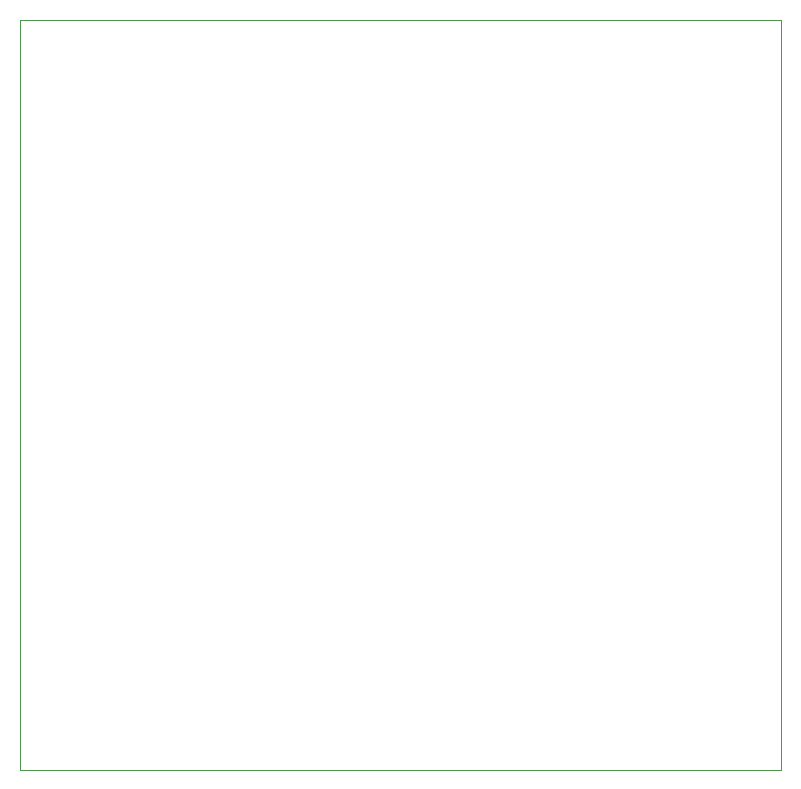
<source format=gbr>
%TF.GenerationSoftware,KiCad,Pcbnew,8.0.2*%
%TF.CreationDate,2024-10-12T15:23:14+02:00*%
%TF.ProjectId,OS-S88n,4f532d53-3838-46e2-9e6b-696361645f70,rev?*%
%TF.SameCoordinates,Original*%
%TF.FileFunction,Profile,NP*%
%FSLAX46Y46*%
G04 Gerber Fmt 4.6, Leading zero omitted, Abs format (unit mm)*
G04 Created by KiCad (PCBNEW 8.0.2) date 2024-10-12 15:23:14*
%MOMM*%
%LPD*%
G01*
G04 APERTURE LIST*
%TA.AperFunction,Profile*%
%ADD10C,0.100000*%
%TD*%
G04 APERTURE END LIST*
D10*
X170000000Y-37000000D02*
X234500000Y-37000000D01*
X234500000Y-100500000D01*
X170000000Y-100500000D01*
X170000000Y-37000000D01*
M02*

</source>
